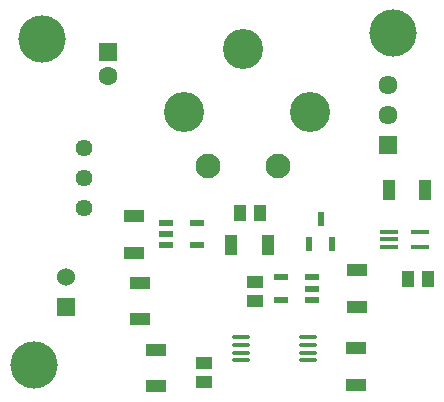
<source format=gbr>
%TF.GenerationSoftware,KiCad,Pcbnew,8.0.2*%
%TF.CreationDate,2024-09-30T17:15:13+02:00*%
%TF.ProjectId,AIR Controller,41495220-436f-46e7-9472-6f6c6c65722e,rev?*%
%TF.SameCoordinates,Original*%
%TF.FileFunction,Soldermask,Top*%
%TF.FilePolarity,Negative*%
%FSLAX46Y46*%
G04 Gerber Fmt 4.6, Leading zero omitted, Abs format (unit mm)*
G04 Created by KiCad (PCBNEW 8.0.2) date 2024-09-30 17:15:13*
%MOMM*%
%LPD*%
G01*
G04 APERTURE LIST*
G04 Aperture macros list*
%AMRoundRect*
0 Rectangle with rounded corners*
0 $1 Rounding radius*
0 $2 $3 $4 $5 $6 $7 $8 $9 X,Y pos of 4 corners*
0 Add a 4 corners polygon primitive as box body*
4,1,4,$2,$3,$4,$5,$6,$7,$8,$9,$2,$3,0*
0 Add four circle primitives for the rounded corners*
1,1,$1+$1,$2,$3*
1,1,$1+$1,$4,$5*
1,1,$1+$1,$6,$7*
1,1,$1+$1,$8,$9*
0 Add four rect primitives between the rounded corners*
20,1,$1+$1,$2,$3,$4,$5,0*
20,1,$1+$1,$4,$5,$6,$7,0*
20,1,$1+$1,$6,$7,$8,$9,0*
20,1,$1+$1,$8,$9,$2,$3,0*%
G04 Aperture macros list end*
%ADD10R,1.050000X1.800000*%
%ADD11C,2.100000*%
%ADD12C,3.400000*%
%ADD13R,1.470000X1.070000*%
%ADD14RoundRect,0.100000X0.637500X0.100000X-0.637500X0.100000X-0.637500X-0.100000X0.637500X-0.100000X0*%
%ADD15R,1.150000X0.600000*%
%ADD16R,1.800000X1.050000*%
%ADD17R,0.600000X1.300000*%
%ADD18C,4.000000*%
%ADD19R,1.070000X1.470000*%
%ADD20R,1.610000X1.610000*%
%ADD21C,1.610000*%
%ADD22R,1.530000X1.530000*%
%ADD23C,1.530000*%
%ADD24C,1.440000*%
%ADD25RoundRect,0.100000X-0.650000X-0.100000X0.650000X-0.100000X0.650000X0.100000X-0.650000X0.100000X0*%
%ADD26R,1.600000X1.600000*%
%ADD27C,1.600000*%
G04 APERTURE END LIST*
D10*
%TO.C,R1*%
X183048000Y-67099000D03*
X186148000Y-67099000D03*
%TD*%
D11*
%TO.C,K2*%
X173719500Y-65006500D03*
D12*
X176419500Y-60506500D03*
X170719500Y-55106500D03*
X165719500Y-60506500D03*
D11*
X167719500Y-65006500D03*
%TD*%
D13*
%TO.C,C5*%
X171704000Y-74872000D03*
X171704000Y-76512000D03*
%TD*%
D14*
%TO.C,U3*%
X176260600Y-81502800D03*
X176260600Y-80852800D03*
X176260600Y-80202800D03*
X176260600Y-79552800D03*
X170535600Y-79552800D03*
X170535600Y-80202800D03*
X170535600Y-80852800D03*
X170535600Y-81502800D03*
%TD*%
D15*
%TO.C,G2*%
X176560000Y-76388000D03*
X176560000Y-75438000D03*
X176560000Y-74488000D03*
X173960000Y-74488000D03*
X173960000Y-76388000D03*
%TD*%
D16*
%TO.C,R6*%
X161975800Y-78029400D03*
X161975800Y-74929400D03*
%TD*%
%TO.C,R2*%
X180340000Y-76962000D03*
X180340000Y-73862000D03*
%TD*%
D17*
%TO.C,Q1*%
X176342000Y-71662000D03*
X178242000Y-71662000D03*
X177292000Y-69562000D03*
%TD*%
D18*
%TO.C,*%
X153682000Y-54308000D03*
%TD*%
D19*
%TO.C,C2*%
X186368000Y-74625200D03*
X184728000Y-74625200D03*
%TD*%
D20*
%TO.C,J1*%
X183000000Y-63246000D03*
D21*
X183000000Y-60706000D03*
X183000000Y-58166000D03*
%TD*%
D22*
%TO.C,J3*%
X155702000Y-76962000D03*
D23*
X155702000Y-74422000D03*
%TD*%
D13*
%TO.C,C3*%
X167386000Y-83370000D03*
X167386000Y-81730000D03*
%TD*%
D18*
%TO.C,*%
X183400000Y-53800000D03*
%TD*%
%TO.C,*%
X153047000Y-81892400D03*
%TD*%
D19*
%TO.C,C4*%
X172140000Y-69000000D03*
X170500000Y-69000000D03*
%TD*%
D15*
%TO.C,G1*%
X164200000Y-69850000D03*
X164200000Y-70800000D03*
X164200000Y-71750000D03*
X166800000Y-71750000D03*
X166800000Y-69850000D03*
%TD*%
D10*
%TO.C,R4*%
X169703732Y-71726311D03*
X172803732Y-71726311D03*
%TD*%
D16*
%TO.C,R5*%
X180314000Y-83592000D03*
X180314000Y-80492000D03*
%TD*%
%TO.C,R7*%
X163322000Y-83693600D03*
X163322000Y-80593600D03*
%TD*%
D24*
%TO.C,U1*%
X157226000Y-68580000D03*
X157226000Y-66040000D03*
X157226000Y-63500000D03*
%TD*%
D16*
%TO.C,R3*%
X161500000Y-69316000D03*
X161500000Y-72416000D03*
%TD*%
D25*
%TO.C,U2*%
X183074000Y-70597000D03*
X183074000Y-71247000D03*
X183074000Y-71897000D03*
X185734000Y-71897000D03*
X185734000Y-70597000D03*
%TD*%
D26*
%TO.C,C1*%
X159258000Y-55432888D03*
D27*
X159258000Y-57432888D03*
%TD*%
M02*

</source>
